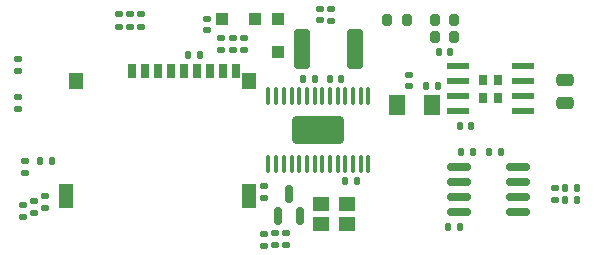
<source format=gbp>
G04 #@! TF.GenerationSoftware,KiCad,Pcbnew,7.0.6*
G04 #@! TF.CreationDate,2024-02-28T18:56:17+03:00*
G04 #@! TF.ProjectId,Penguin Junior,50656e67-7569-46e2-904a-756e696f722e,rev?*
G04 #@! TF.SameCoordinates,Original*
G04 #@! TF.FileFunction,Paste,Bot*
G04 #@! TF.FilePolarity,Positive*
%FSLAX46Y46*%
G04 Gerber Fmt 4.6, Leading zero omitted, Abs format (unit mm)*
G04 Created by KiCad (PCBNEW 7.0.6) date 2024-02-28 18:56:17*
%MOMM*%
%LPD*%
G01*
G04 APERTURE LIST*
G04 Aperture macros list*
%AMRoundRect*
0 Rectangle with rounded corners*
0 $1 Rounding radius*
0 $2 $3 $4 $5 $6 $7 $8 $9 X,Y pos of 4 corners*
0 Add a 4 corners polygon primitive as box body*
4,1,4,$2,$3,$4,$5,$6,$7,$8,$9,$2,$3,0*
0 Add four circle primitives for the rounded corners*
1,1,$1+$1,$2,$3*
1,1,$1+$1,$4,$5*
1,1,$1+$1,$6,$7*
1,1,$1+$1,$8,$9*
0 Add four rect primitives between the rounded corners*
20,1,$1+$1,$2,$3,$4,$5,0*
20,1,$1+$1,$4,$5,$6,$7,0*
20,1,$1+$1,$6,$7,$8,$9,0*
20,1,$1+$1,$8,$9,$2,$3,0*%
G04 Aperture macros list end*
%ADD10RoundRect,0.135000X0.135000X0.185000X-0.135000X0.185000X-0.135000X-0.185000X0.135000X-0.185000X0*%
%ADD11RoundRect,0.135000X0.185000X-0.135000X0.185000X0.135000X-0.185000X0.135000X-0.185000X-0.135000X0*%
%ADD12R,1.910000X0.610000*%
%ADD13R,0.723000X0.930000*%
%ADD14RoundRect,0.135000X-0.185000X0.135000X-0.185000X-0.135000X0.185000X-0.135000X0.185000X0.135000X0*%
%ADD15RoundRect,0.200000X-0.200000X-0.275000X0.200000X-0.275000X0.200000X0.275000X-0.200000X0.275000X0*%
%ADD16RoundRect,0.200000X0.200000X0.275000X-0.200000X0.275000X-0.200000X-0.275000X0.200000X-0.275000X0*%
%ADD17RoundRect,0.250000X-0.475000X0.250000X-0.475000X-0.250000X0.475000X-0.250000X0.475000X0.250000X0*%
%ADD18RoundRect,0.140000X0.140000X0.170000X-0.140000X0.170000X-0.140000X-0.170000X0.140000X-0.170000X0*%
%ADD19R,1.400000X1.200000*%
%ADD20RoundRect,0.140000X-0.170000X0.140000X-0.170000X-0.140000X0.170000X-0.140000X0.170000X0.140000X0*%
%ADD21RoundRect,0.250001X1.924999X-0.899999X1.924999X0.899999X-1.924999X0.899999X-1.924999X-0.899999X0*%
%ADD22RoundRect,0.100000X0.100000X-0.637500X0.100000X0.637500X-0.100000X0.637500X-0.100000X-0.637500X0*%
%ADD23RoundRect,0.250001X0.462499X0.624999X-0.462499X0.624999X-0.462499X-0.624999X0.462499X-0.624999X0*%
%ADD24RoundRect,0.140000X0.170000X-0.140000X0.170000X0.140000X-0.170000X0.140000X-0.170000X-0.140000X0*%
%ADD25R,0.700000X1.300000*%
%ADD26R,1.200000X2.000000*%
%ADD27R,1.200000X1.400000*%
%ADD28RoundRect,0.150000X-0.825000X-0.150000X0.825000X-0.150000X0.825000X0.150000X-0.825000X0.150000X0*%
%ADD29RoundRect,0.140000X-0.140000X-0.170000X0.140000X-0.170000X0.140000X0.170000X-0.140000X0.170000X0*%
%ADD30RoundRect,0.150000X0.150000X-0.587500X0.150000X0.587500X-0.150000X0.587500X-0.150000X-0.587500X0*%
%ADD31RoundRect,0.250000X0.300000X0.300000X-0.300000X0.300000X-0.300000X-0.300000X0.300000X-0.300000X0*%
%ADD32RoundRect,0.250000X-0.300000X0.300000X-0.300000X-0.300000X0.300000X-0.300000X0.300000X0.300000X0*%
%ADD33RoundRect,0.135000X-0.135000X-0.185000X0.135000X-0.185000X0.135000X0.185000X-0.135000X0.185000X0*%
%ADD34RoundRect,0.250000X-0.400000X-1.450000X0.400000X-1.450000X0.400000X1.450000X-0.400000X1.450000X0*%
G04 APERTURE END LIST*
D10*
X145710000Y-92650000D03*
X144690000Y-92650000D03*
X112990000Y-99020000D03*
X111970000Y-99020000D03*
D11*
X132800000Y-106090000D03*
X132800000Y-105070000D03*
X110117500Y-94640000D03*
X110117500Y-93620000D03*
D12*
X147355000Y-94805000D03*
X147355000Y-93535000D03*
X147355000Y-92265000D03*
X147355000Y-90995000D03*
X152915000Y-90995000D03*
X152915000Y-92265000D03*
X152915000Y-93535000D03*
X152915000Y-94805000D03*
D13*
X149532500Y-92125000D03*
X149532500Y-93675000D03*
X150737500Y-92125000D03*
X150737500Y-93675000D03*
D14*
X128300000Y-88580000D03*
X128300000Y-89600000D03*
D10*
X147570000Y-104570000D03*
X146550000Y-104570000D03*
D15*
X141367500Y-87060000D03*
X143017500Y-87060000D03*
D11*
X136650000Y-87140000D03*
X136650000Y-86120000D03*
X111467000Y-103376000D03*
X111467000Y-102356000D03*
D14*
X129240000Y-88580000D03*
X129240000Y-89600000D03*
D16*
X147065000Y-88520000D03*
X145415000Y-88520000D03*
D11*
X110117000Y-91428000D03*
X110117000Y-90408000D03*
D17*
X156455000Y-92158500D03*
X156455000Y-94058500D03*
D14*
X131860000Y-105070000D03*
X131860000Y-106090000D03*
D18*
X138790000Y-100730000D03*
X137830000Y-100730000D03*
D19*
X135790000Y-102660000D03*
X137990000Y-102660000D03*
X137990000Y-104360000D03*
X135790000Y-104360000D03*
D18*
X125510000Y-90050000D03*
X124550000Y-90050000D03*
D11*
X130910000Y-102180000D03*
X130910000Y-101160000D03*
D20*
X126120000Y-86980000D03*
X126120000Y-87940000D03*
D14*
X120542000Y-86605001D03*
X120542000Y-87625001D03*
D21*
X135555000Y-96410000D03*
D22*
X139780000Y-99272500D03*
X139130000Y-99272500D03*
X138480000Y-99272500D03*
X137830000Y-99272500D03*
X137180000Y-99272500D03*
X136530000Y-99272500D03*
X135880000Y-99272500D03*
X135230000Y-99272500D03*
X134580000Y-99272500D03*
X133930000Y-99272500D03*
X133280000Y-99272500D03*
X132630000Y-99272500D03*
X131980000Y-99272500D03*
X131330000Y-99272500D03*
X131330000Y-93547500D03*
X131980000Y-93547500D03*
X132630000Y-93547500D03*
X133280000Y-93547500D03*
X133930000Y-93547500D03*
X134580000Y-93547500D03*
X135230000Y-93547500D03*
X135880000Y-93547500D03*
X136530000Y-93547500D03*
X137180000Y-93547500D03*
X137830000Y-93547500D03*
X138480000Y-93547500D03*
X139130000Y-93547500D03*
X139780000Y-93547500D03*
D23*
X145167500Y-94240000D03*
X142192500Y-94240000D03*
D18*
X135230000Y-92100000D03*
X134270000Y-92100000D03*
D14*
X130918000Y-105163000D03*
X130918000Y-106183000D03*
D11*
X110720000Y-100000000D03*
X110720000Y-98980000D03*
D24*
X143220000Y-92690000D03*
X143220000Y-91730000D03*
D14*
X119600000Y-86605001D03*
X119600000Y-87625001D03*
D18*
X137490000Y-92100000D03*
X136530000Y-92100000D03*
D15*
X145415000Y-87060000D03*
X147065000Y-87060000D03*
D25*
X119798000Y-91393500D03*
X120898000Y-91393500D03*
X121998000Y-91393500D03*
X123098000Y-91393500D03*
X124198000Y-91393500D03*
X125298000Y-91393500D03*
X126398000Y-91393500D03*
X127498000Y-91393500D03*
X128598000Y-91393500D03*
D26*
X114178000Y-101943500D03*
X129698000Y-101943500D03*
D27*
X115018000Y-92243500D03*
X129698000Y-92243500D03*
D10*
X157455000Y-101330000D03*
X156435000Y-101330000D03*
D24*
X155550000Y-102280000D03*
X155550000Y-101320000D03*
D28*
X147465000Y-103305000D03*
X147465000Y-102035000D03*
X147465000Y-100765000D03*
X147465000Y-99495000D03*
X152415000Y-99495000D03*
X152415000Y-100765000D03*
X152415000Y-102035000D03*
X152415000Y-103305000D03*
D24*
X135720000Y-87110000D03*
X135720000Y-86150000D03*
D11*
X118660000Y-87625001D03*
X118660000Y-86605001D03*
D29*
X147550000Y-96060000D03*
X148510000Y-96060000D03*
D18*
X151000000Y-98240000D03*
X150040000Y-98240000D03*
D30*
X134030000Y-103667500D03*
X132130000Y-103667500D03*
X133080000Y-101792500D03*
D31*
X130187500Y-86980000D03*
X127387500Y-86980000D03*
D32*
X132140000Y-86980000D03*
X132140000Y-89780000D03*
D14*
X127350000Y-88570000D03*
X127350000Y-89590000D03*
D10*
X157455000Y-102270000D03*
X156435000Y-102270000D03*
D11*
X110526000Y-103779000D03*
X110526000Y-102759000D03*
D18*
X146720000Y-89740000D03*
X145760000Y-89740000D03*
D33*
X147640000Y-98230000D03*
X148660000Y-98230000D03*
D11*
X112407000Y-102976000D03*
X112407000Y-101956000D03*
D34*
X134195000Y-89510000D03*
X138645000Y-89510000D03*
M02*

</source>
